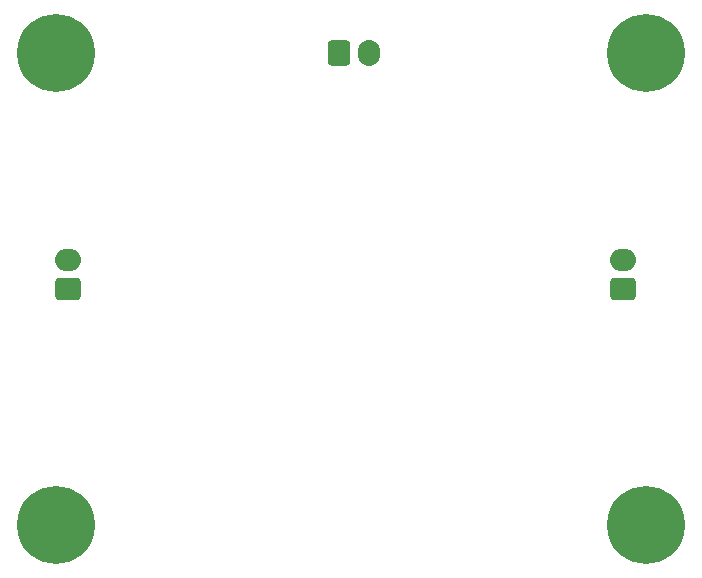
<source format=gbr>
%TF.GenerationSoftware,KiCad,Pcbnew,(7.0.0)*%
%TF.CreationDate,2023-02-19T13:16:31+01:00*%
%TF.ProjectId,TP microcontroleur,5450206d-6963-4726-9f63-6f6e74726f6c,rev?*%
%TF.SameCoordinates,Original*%
%TF.FileFunction,Soldermask,Bot*%
%TF.FilePolarity,Negative*%
%FSLAX46Y46*%
G04 Gerber Fmt 4.6, Leading zero omitted, Abs format (unit mm)*
G04 Created by KiCad (PCBNEW (7.0.0)) date 2023-02-19 13:16:31*
%MOMM*%
%LPD*%
G01*
G04 APERTURE LIST*
G04 Aperture macros list*
%AMRoundRect*
0 Rectangle with rounded corners*
0 $1 Rounding radius*
0 $2 $3 $4 $5 $6 $7 $8 $9 X,Y pos of 4 corners*
0 Add a 4 corners polygon primitive as box body*
4,1,4,$2,$3,$4,$5,$6,$7,$8,$9,$2,$3,0*
0 Add four circle primitives for the rounded corners*
1,1,$1+$1,$2,$3*
1,1,$1+$1,$4,$5*
1,1,$1+$1,$6,$7*
1,1,$1+$1,$8,$9*
0 Add four rect primitives between the rounded corners*
20,1,$1+$1,$2,$3,$4,$5,0*
20,1,$1+$1,$4,$5,$6,$7,0*
20,1,$1+$1,$6,$7,$8,$9,0*
20,1,$1+$1,$8,$9,$2,$3,0*%
G04 Aperture macros list end*
%ADD10RoundRect,0.350000X-0.600000X-0.750000X0.600000X-0.750000X0.600000X0.750000X-0.600000X0.750000X0*%
%ADD11O,1.900000X2.200000*%
%ADD12RoundRect,0.350000X0.750000X-0.600000X0.750000X0.600000X-0.750000X0.600000X-0.750000X-0.600000X0*%
%ADD13O,2.200000X1.900000*%
%ADD14C,6.600000*%
G04 APERTURE END LIST*
D10*
%TO.C,J2*%
X112000000Y-122000000D03*
D11*
X114499999Y-121999999D03*
%TD*%
D12*
%TO.C,J4*%
X136000000Y-142000000D03*
D13*
X135999999Y-139499999D03*
%TD*%
D14*
%TO.C,H4*%
X88000000Y-162000000D03*
%TD*%
%TO.C,H3*%
X138000000Y-162000000D03*
%TD*%
%TO.C,H2*%
X138000000Y-122000000D03*
%TD*%
D12*
%TO.C,J3*%
X89000000Y-142000000D03*
D13*
X88999999Y-139499999D03*
%TD*%
D14*
%TO.C,H1*%
X88000000Y-122000000D03*
%TD*%
M02*

</source>
